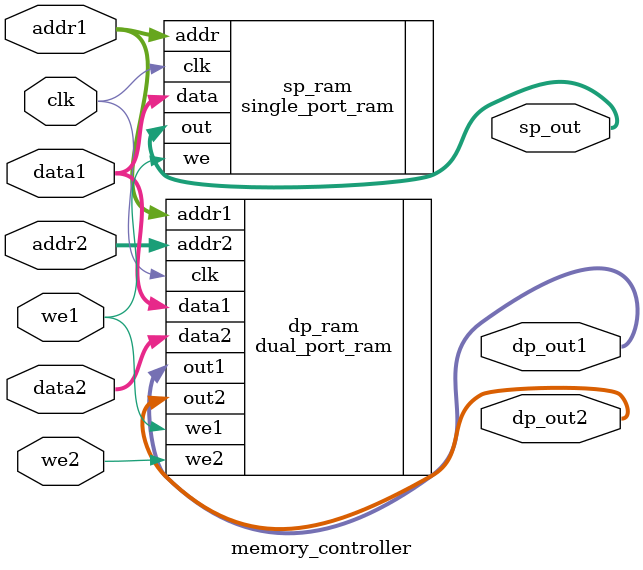
<source format=v>

`define MEMORY_CONTROLLER_ADDR_SIZE 4
`define MEMORY_CONTROLLER_DATA_SIZE 4

module memory_controller
(
	clk,
	addr1,
	addr2,
	we1,
	we2,
	data1,
	data2,
	sp_out, 
	dp_out1,
	dp_out2
);

	input clk;

	input we1, we2; 

	input  [`MEMORY_CONTROLLER_ADDR_SIZE-1:0] addr1,addr2; 

	input  [`MEMORY_CONTROLLER_DATA_SIZE-1:0] data1,data2;

	output [`MEMORY_CONTROLLER_DATA_SIZE-1:0] sp_out,dp_out1,dp_out2;
	wire    [`MEMORY_CONTROLLER_DATA_SIZE-1:0] sp_out,dp_out1,dp_out2;

	single_port_ram sp_ram (		
		.addr (addr1),
		.data (data1),
		.we   (we1),	
		.clk  (clk),	
		.out  (sp_out)
	);

	dual_port_ram dp_ram (
                .addr1 (addr1),
		.addr2 (addr2),
                .data1 (data1),
		.data2 (data2),
        	.we1 (we1),
		.we2 (we2),
	        .clk (clk),
        	.out1 (dp_out1),
		.out2 (dp_out2)
        );

endmodule 

</source>
